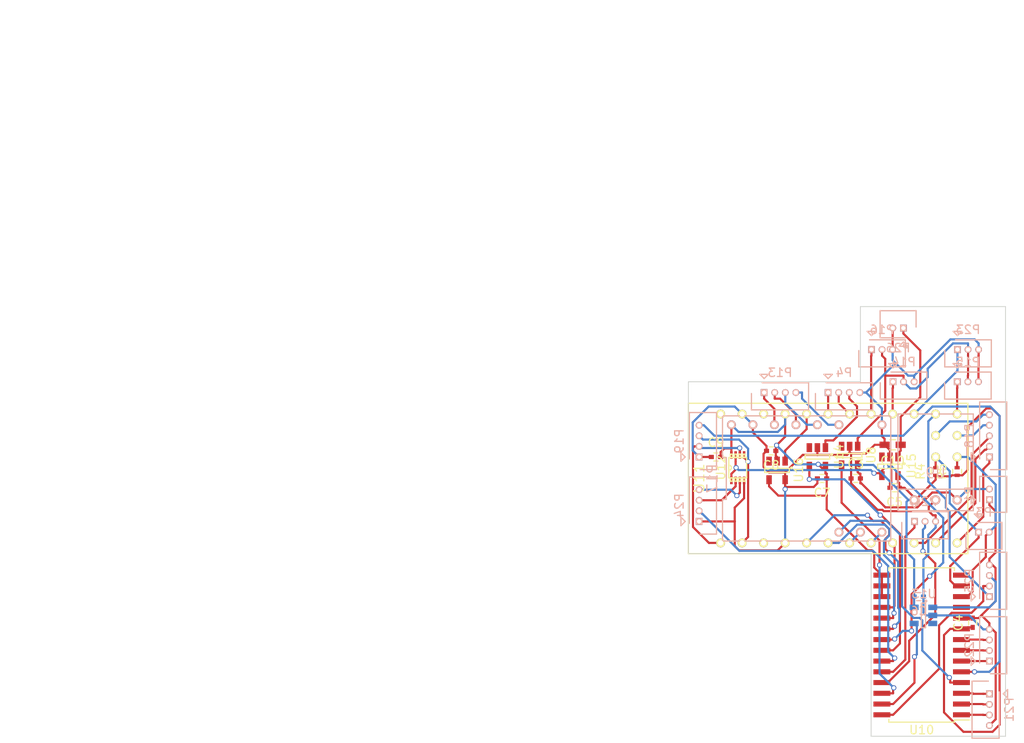
<source format=kicad_pcb>
(kicad_pcb (version 20221018) (generator pcbnew)
  (layers (0 "F.Cu" signal) (31 "B.Cu" signal) (34 "B.Paste" user) (35 "F.Paste" user) (36 "B.SilkS" user "B.Silkscreen") (37 "F.SilkS" user "F.Silkscreen") (38 "B.Mask" user) (39 "F.Mask" user) (44 "Edge.Cuts" user))
  (net 0 "")
  (net 1 "GND")
  (net 2 "VCC")
  (net 3 "/SRV_CAM")
  (net 4 "/SRV_BRAKE")
  (net 5 "/SRV_LOCK")
  (net 6 "/STEP")
  (net 7 "/STEP_DIR")
  (net 8 "/TXD")
  (net 9 "/RXD")
  (net 10 "/SRV_FOOT")
  (net 11 "/FRAME_STOP")
  (net 12 "/FAN_PWM")
  (net 13 "/FAN_TACHO")
  (net 14 "/SRV_EN")
  (net 15 "/~{IO_RST}")
  (net 16 "/INTB")
  (net 17 "/INTA")
  (net 18 "/EP_EN")
  (net 19 "/TMP")
  (net 20 "/FAN_EN")
  (net 21 "/BAT_CTL")
  (net 22 "/BAT1_VOUT")
  (net 23 "/BAT2_VOUT")
  (net 24 "/VIN")
  (net 25 "/EP_VOUT")
  (net 26 "/STEP_B2")
  (net 27 "/STEP_B1")
  (net 28 "/STEP_A1")
  (net 29 "/STEP_A2")
  (net 30 "/SRV_VOUT")
  (net 31 "/BTN21")
  (net 32 "/BTN22")
  (net 33 "/BTN23")
  (net 34 "/BTN11")
  (net 35 "/BTN12")
  (net 36 "/BTN13")
  (net 37 "/EP_RXD")
  (net 38 "/EP_TXD")
  (net 39 "/FAN_VOUT")
  (net 40 "/SDA")
  (net 41 "/SCL")
  (net 42 "/~{STEP_SLP}")
  (net 43 "/STEP_STOP1")
  (net 44 "/STEP_STOP2")
  (net 45 "/BAT1_STAT")
  (net 46 "/BAT2_STAT")
  (net 47 "/LED_CLK")
  (net 48 "/LED_DAT")
  (net 49 "/LED_VOUT")
  (net 50 "/LED_EN")
  (net 51 "/HOST_INT")
  (footprint "Capacitors_SMD:C_0402" (layer "F.Cu") (at 150.58 105.41)
    (fp_text reference "C3")
    (fp_text value "1uF")
  )
  (footprint "Capacitors_SMD:C_0402" (layer "F.Cu") (at 164.395 122.47 90)
    (fp_text reference "C4")
    (fp_text value "0.1uF")
  )
  (footprint "Capacitors_SMD:C_0402" (layer "F.Cu") (at 155.17 106.51 180)
    (fp_text reference "C5")
    (fp_text value "1uF")
  )
  (footprint "Capacitors_SMD:C_0402" (layer "F.Cu") (at 146.6 105.41 180)
    (fp_text reference "C7")
    (fp_text value "1uF")
  )
  (footprint "TO_SOT_Packages_SMD:SOT-23-5" (layer "F.Cu") (at 149.86 102.7 -90)
    (fp_text reference "U8")
    (fp_text value "SRV_SWITCH")
  )
  (footprint "Capacitors_SMD:C_0402" (layer "F.Cu") (at 140.59 102.15 180)
    (fp_text reference "C8")
    (fp_text value "0.1uF")
  )
  (footprint "Capacitors_SMD:C_0402" (layer "F.Cu") (at 134.07 102.87)
    (fp_text reference "C9")
    (fp_text value "0.1uF")
  )
  (footprint "Capacitors_SMD:C_0603_HandSoldering" (layer "F.Cu") (at 154.94 101.43 180)
    (fp_text reference "C10")
    (fp_text value "10uF")
  )
  (footprint "Resistors_SMD:R_0402" (layer "F.Cu") (at 160.02 104.59 90)
    (fp_text reference "R4")
    (fp_text value "10K")
  )
  (footprint "Resistors_SMD:R_0402" (layer "F.Cu") (at 162.56 104.59 90)
    (fp_text reference "R5")
    (fp_text value "10K")
  )
  (footprint "Housings_SOIC:SOIC-28W_7.5x17.9mm_Pitch1.27mm" (layer "F.Cu") (at 158.37 125.095 180)
    (fp_text reference "U10")
    (fp_text value "MCP23017")
  )
  (footprint "body:PRO_MINI" (layer "F.Cu") (at 147.32 105.41)
    (fp_text reference "U11")
    (fp_text value "ProMini")
  )
  (footprint "body:TI_DCU_8" (layer "F.Cu") (at 136.64 104.14 90)
    (fp_text reference "U12")
    (fp_text value "74LVC2G126")
  )
  (footprint "TO_SOT_Packages_SMD:SOT-23-5" (layer "F.Cu") (at 146.05 102.87 -90)
    (fp_text reference "U14")
    (fp_text value "LED_SWITCH")
  )
  (footprint "TO_SOT_Packages_SMD:SOT-23-5" (layer "F.Cu") (at 154.62 103.97 -90)
    (fp_text reference "U15")
    (fp_text value "EP_SWITCH")
  )
  (footprint "TO_SOT_Packages_SMD:SOT-23-5" (layer "F.Cu") (at 141.29 104.46 -90)
    (fp_text reference "U16")
    (fp_text value "TMP36")
  )
  (footprint "Capacitors_SMD:C_0402" (layer "B.Cu") (at 158.03 119.38)
    (fp_text reference "C6")
    (fp_text value "1uF")
  )
  (footprint "Connectors_Molex:Molex_PicoBlade_53047-0410" (layer "B.Cu") (at 139.76 95.25)
    (fp_text reference "P13")
    (fp_text value "CON_STEP")
  )
  (footprint "Connectors_Molex:Molex_PicoBlade_53047-0310" (layer "B.Cu") (at 154.98 93.98)
    (fp_text reference "P14")
    (fp_text value "CON_SRV_CAM")
  )
  (footprint "Connectors_Molex:Molex_PicoBlade_53047-0310" (layer "B.Cu") (at 162.58 93.98)
    (fp_text reference "P15")
    (fp_text value "CON_SRV_BRAKE")
  )
  (footprint "Connectors_Molex:Molex_PicoBlade_53047-0310" (layer "B.Cu") (at 152.44 90.17)
    (fp_text reference "P16")
    (fp_text value "CON_SRV_LOCK")
  )
  (footprint "Connectors_Molex:Molex_PicoBlade_53047-0410" (layer "B.Cu") (at 132.08 102.87 90)
    (fp_text reference "P19")
    (fp_text value "CON_UART")
  )
  (footprint "Connectors_Molex:Molex_PicoBlade_53047-0310" (layer "B.Cu") (at 162.6 90.17)
    (fp_text reference "P23")
    (fp_text value "CON_SRV_FOOT")
  )
  (footprint "Connectors_Molex:Molex_PicoBlade_53047-0410" (layer "B.Cu") (at 132.08 110.49 90)
    (fp_text reference "P24")
    (fp_text value "CON_EYEPIECE_COM")
  )
  (footprint "Connectors_Molex:Molex_PicoBlade_53047-0210" (layer "B.Cu") (at 156.21 87.63 180)
    (fp_text reference "P26")
    (fp_text value "CON_EP_VOUT")
  )
  (footprint "body:POLOLU_U1V10F5" (layer "B.Cu") (at 160.02 107.95 180)
    (fp_text reference "U9")
    (fp_text value "CON_POLOLU_PWR")
  )
  (footprint "TO_SOT_Packages_SMD:SOT-23-5" (layer "B.Cu") (at 158.58 121.6 180)
    (fp_text reference "U13")
    (fp_text value "FAN_SWITCH")
  )
  (footprint "Connectors_Molex:Molex_PicoBlade_53047-0510" (layer "B.Cu") (at 166.37 102.87 90)
    (fp_text reference "P18")
    (fp_text value "CON_BAT")
  )
  (footprint "body:POLOLU_DRV8834" (layer "B.Cu") (at 144.78 105.41)
    (fp_text reference "P17")
    (fp_text value "CON_POLOLU_DRV8834")
  )
  (footprint "Connectors_Molex:Molex_PicoBlade_53047-0410" (layer "B.Cu") (at 166.37 119.38 90)
    (fp_text reference "P25")
    (fp_text value "CON_FAN")
  )
  (footprint "Connectors_Molex:Molex_PicoBlade_53047-0210" (layer "B.Cu") (at 166.37 107.91 90)
    (fp_text reference "P1")
    (fp_text value "CON_VIN")
  )
  (footprint "Connectors_Molex:Molex_PicoBlade_53047-0310" (layer "B.Cu") (at 157.52 110.49)
    (fp_text reference "P20")
    (fp_text value "CON_STEP_STOP")
  )
  (footprint "Connectors_Molex:Molex_PicoBlade_53047-0210" (layer "B.Cu") (at 165.1 111.76)
    (fp_text reference "P3")
    (fp_text value "CON_I2C")
  )
  (footprint "Connectors_Molex:Molex_PicoBlade_53047-0410" (layer "B.Cu") (at 147.32 95.25)
    (fp_text reference "P4")
    (fp_text value "CON_LED")
  )
  (footprint "Connectors_Molex:Molex_PicoBlade_53047-0410" (layer "B.Cu") (at 166.37 130.87 -90)
    (fp_text reference "P21")
    (fp_text value "CON_BTN2")
  )
  (footprint "Connectors_Molex:Molex_PicoBlade_53047-0410" (layer "B.Cu") (at 166.37 127 90)
    (fp_text reference "P22")
    (fp_text value "CON_BTN1")
  )
  (gr_line (start 152.4 135.89) (end 168.275 135.89) (stroke (width 0.1)) (layer "Edge.Cuts"))
  (gr_line (start 130.81 93.98) (end 130.81 114.3) (stroke (width 0.1)) (layer "Edge.Cuts"))
  (gr_line (start 152.4 114.3) (end 152.4 135.89) (stroke (width 0.1)) (layer "Edge.Cuts"))
  (gr_line (start 151.13 93.98) (end 130.81 93.98) (stroke (width 0.1)) (layer "Edge.Cuts"))
  (gr_line (start 168.275 135.89) (end 168.275 85.09) (stroke (width 0.1)) (layer "Edge.Cuts"))
  (gr_line (start 151.13 85.09) (end 151.13 93.98) (stroke (width 0.1)) (layer "Edge.Cuts"))
  (gr_line (start 130.81 114.3) (end 152.4 114.3) (stroke (width 0.1)) (layer "Edge.Cuts"))
  (gr_line (start 168.275 85.09) (end 151.13 85.09) (stroke (width 0.1)) (layer "Edge.Cuts"))
  (segment (start 159.2094 109.2774) (end 159.2094 108.7606) (width 0.25) (layer "F.Cu") (net 1))
  (segment (start 153.67 100.4097) (end 153.99 100.7297) (width 0.25) (layer "F.Cu") (net 1))
  (segment (start 142.24 105.56) (end 142.24 106.4153) (width 0.25) (layer "F.Cu") (net 1))
  (segment (start 142.24 104.7047) (end 140.3385 104.7047) (width 0.25) (layer "F.Cu") (net 1))
  (segment (start 167.0953 114.1794) (end 166.37 114.9047) (width 0.25) (layer "F.Cu") (net 1))
  (segment (start 153.1643 109.1196) (end 150.03 105.9853) (width 0.25) (layer "F.Cu") (net 1))
  (segment (start 166.37 107.91) (end 166.37 108.56) (width 0.25) (layer "F.Cu") (net 1))
  (segment (start 153.99 101.43) (end 153.99 100.7297) (width 0.25) (layer "F.Cu") (net 1))
  (segment (start 142.24 106.4153) (end 145.62 106.4153) (width 0.25) (layer "F.Cu") (net 1))
  (segment (start 150.03 102.4554) (end 151.7979 102.4554) (width 0.25) (layer "F.Cu") (net 1))
  (segment (start 166.37 108.56) (end 167.0953 109.2853) (width 0.25) (layer "F.Cu") (net 1))
  (segment (start 149.86 102.3289) (end 149.9865 102.4554) (width 0.25) (layer "F.Cu") (net 1))
  (segment (start 146.05 101.77) (end 146.05 102.6253) (width 0.25) (layer "F.Cu") (net 1))
  (segment (start 153.99 101.43) (end 154.5747 102.0147) (width 0.25) (layer "F.Cu") (net 1))
  (segment (start 140.04 101.8623) (end 140.04 102.15) (width 0.25) (layer "F.Cu") (net 1))
  (segment (start 144.3194 102.6253) (end 146.05 102.6253) (width 0.25) (layer "F.Cu") (net 1))
  (segment (start 154.94 90.17) (end 154.94 87.65) (width 0.25) (layer "F.Cu") (net 1))
  (segment (start 145.62 106.4153) (end 146.05 105.9853) (width 0.25) (layer "F.Cu") (net 1))
  (segment (start 141.3578 113.9122) (end 142.24 113.03) (width 0.25) (layer "F.Cu") (net 1))
  (segment (start 154.62 102.4423) (end 154.62 102.0147) (width 0.25) (layer "F.Cu") (net 1))
  (segment (start 159.2094 108.7606) (end 160.02 107.95) (width 0.25) (layer "F.Cu") (net 1))
  (segment (start 136.7915 113.9122) (end 141.3578 113.9122) (width 0.25) (layer "F.Cu") (net 1))
  (segment (start 154.7745 103.0245) (end 154.7745 105.7802) (width 0.25) (layer "F.Cu") (net 1))
  (segment (start 136.2845 110.49) (end 136.2845 113.4052) (width 0.25) (layer "F.Cu") (net 1))
  (segment (start 150.03 105.41) (end 150.03 105.9853) (width 0.25) (layer "F.Cu") (net 1))
  (segment (start 149.86 101.6) (end 149.86 102.3289) (width 0.25) (layer "F.Cu") (net 1))
  (segment (start 138.43 99.06) (end 138.43 99.9647) (width 0.25) (layer "F.Cu") (net 1))
  (segment (start 150.03 105.41) (end 150.03 104.8347) (width 0.25) (layer "F.Cu") (net 1))
  (segment (start 165.4326 121.5873) (end 165.0999 121.92) (width 0.25) (layer "F.Cu") (net 1))
  (segment (start 149.9865 102.4554) (end 150.03 102.4554) (width 0.25) (layer "F.Cu") (net 1))
  (segment (start 166.37 123.25) (end 166.37 122.8873) (width 0.25) (layer "F.Cu") (net 1))
  (segment (start 137.39 107.7456) (end 136.2845 108.8511) (width 0.25) (layer "F.Cu") (net 1))
  (segment (start 142.24 104.7047) (end 144.3194 102.6253) (width 0.25) (layer "F.Cu") (net 1))
  (segment (start 142.24 105.1323) (end 142.24 104.7047) (width 0.25) (layer "F.Cu") (net 1))
  (segment (start 159.2094 109.2774) (end 153.896 109.2774) (width 0.25) (layer "F.Cu") (net 1))
  (segment (start 132.08 102.87) (end 133.52 102.87) (width 0.25) (layer "F.Cu") (net 1))
  (segment (start 136.2845 113.4052) (end 136.7915 113.9122) (width 0.25) (layer "F.Cu") (net 1))
  (segment (start 154.94 87.65) (end 154.96 87.63) (width 0.25) (layer "F.Cu") (net 1))
  (segment (start 149.5636 102.6253) (end 149.86 102.3289) (width 0.25) (layer "F.Cu") (net 1))
  (segment (start 142.24 105.56) (end 142.24 106.68) (width 0.25) (layer "F.Cu") (net 1))
  (segment (start 142.24 105.1323) (end 142.24 105.56) (width 0.25) (layer "F.Cu") (net 1))
  (segment (start 140.04 101.8623) (end 140.04 101.5747) (width 0.25) (layer "F.Cu") (net 1))
  (segment (start 153.896 109.2774) (end 153.7382 109.1196) (width 0.25) (layer "F.Cu") (net 1))
  (segment (start 154.62 106.51) (end 154.62 105.9347) (width 0.25) (layer "F.Cu") (net 1))
  (segment (start 146.05 105.41) (end 146.05 105.9853) (width 0.25) (layer "F.Cu") (net 1))
  (segment (start 132.08 110.49) (end 136.2845 110.49) (width 0.25) (layer "F.Cu") (net 1))
  (segment (start 167.0954 119.9245) (end 165.4326 121.5873) (width 0.25) (layer "F.Cu") (net 1))
  (segment (start 167.0953 109.2853) (end 167.0953 114.1794) (width 0.25) (layer "F.Cu") (net 1))
  (segment (start 166.37 122.8873) (end 166.37 122.5247) (width 0.25) (layer "F.Cu") (net 1))
  (segment (start 138.43 99.9647) (end 140.04 101.5747) (width 0.25) (layer "F.Cu") (net 1))
  (segment (start 160.02 109.7647) (end 159.6967 109.7647) (width 0.25) (layer "F.Cu") (net 1))
  (segment (start 159.6967 109.7647) (end 159.2094 109.2774) (width 0.25) (layer "F.Cu") (net 1))
  (segment (start 137.39 105.64) (end 137.39 107.7456) (width 0.25) (layer "F.Cu") (net 1))
  (segment (start 153.67 99.06) (end 153.67 100.4097) (width 0.25) (layer "F.Cu") (net 1))
  (segment (start 167.1147 133.8753) (end 166.37 134.62) (width 0.25) (layer "F.Cu") (net 1))
  (segment (start 150.03 102.4554) (end 150.03 104.8347) (width 0.25) (layer "F.Cu") (net 1))
  (segment (start 153.7382 109.1196) (end 153.1643 109.1196) (width 0.25) (layer "F.Cu") (net 1))
  (segment (start 165.1 90.8953) (end 165.08 90.9153) (width 0.25) (layer "F.Cu") (net 1))
  (segment (start 154.5747 102.0147) (end 154.62 102.0147) (width 0.25) (layer "F.Cu") (net 1))
  (segment (start 165.1 90.17) (end 165.1 90.8953) (width 0.25) (layer "F.Cu") (net 1))
  (segment (start 166.37 115.2673) (end 167.0954 115.9927) (width 0.25) (layer "F.Cu") (net 1))
  (segment (start 152.8233 101.43) (end 153.99 101.43) (width 0.25) (layer "F.Cu") (net 1))
  (segment (start 166.37 122.8873) (end 167.1147 123.632) (width 0.25) (layer "F.Cu") (net 1))
  (segment (start 154.62 102.87) (end 154.7745 103.0245) (width 0.25) (layer "F.Cu") (net 1))
  (segment (start 166.37 115.2673) (end 166.37 114.9047) (width 0.25) (layer "F.Cu") (net 1))
  (segment (start 165.0999 121.92) (end 164.395 121.92) (width 0.25) (layer "F.Cu") (net 1))
  (segment (start 160.02 110.49) (end 160.02 109.7647) (width 0.25) (layer "F.Cu") (net 1))
  (segment (start 154.62 102.4423) (end 154.62 102.87) (width 0.25) (layer "F.Cu") (net 1))
  (segment (start 165.4326 121.5873) (end 166.37 122.5247) (width 0.25) (layer "F.Cu") (net 1))
  (segment (start 136.2845 108.8511) (end 136.2845 110.49) (width 0.25) (layer "F.Cu") (net 1))
  (segment (start 165.08 90.9153) (end 165.08 93.98) (width 0.25) (layer "F.Cu") (net 1))
  (segment (start 167.0954 115.9927) (end 167.0954 119.9245) (width 0.25) (layer "F.Cu") (net 1))
  (segment (start 139.6896 102.5004) (end 140.04 102.15) (width 0.25) (layer "F.Cu") (net 1))
  (segment (start 154.7745 105.7802) (end 154.62 105.9347) (width 0.25) (layer "F.Cu") (net 1))
  (segment (start 139.6896 104.0558) (end 139.6896 102.5004) (width 0.25) (layer "F.Cu") (net 1))
  (segment (start 140.3385 104.7047) (end 139.6896 104.0558) (width 0.25) (layer "F.Cu") (net 1))
  (segment (start 146.05 102.6253) (end 149.5636 102.6253) (width 0.25) (layer "F.Cu") (net 1))
  (segment (start 167.1147 123.632) (end 167.1147 133.8753) (width 0.25) (layer "F.Cu") (net 1))
  (segment (start 164.395 121.92) (end 163.07 121.92) (width 0.25) (layer "F.Cu") (net 1))
  (segment (start 166.37 115.63) (end 166.37 115.2673) (width 0.25) (layer "F.Cu") (net 1))
  (segment (start 151.7979 102.4554) (end 152.8233 101.43) (width 0.25) (layer "F.Cu") (net 1))
  (via (at 142.24 106.68) (size 0.6) (drill 0.4) (layers "F.Cu" "B.Cu") (net 1))
  (segment (start 159.152 112.0833) (end 160.02 111.2153) (width 0.25) (layer "B.Cu") (net 1))
  (segment (start 154.94 90.8953) (end 154.94 91.43) (width 0.25) (layer "B.Cu") (net 1))
  (segment (start 158.58 115.57) (end 158.58 114.9947) (width 0.25) (layer "B.Cu") (net 1))
  (segment (start 131.3206 98.7859) (end 133.1985 96.908) (width 0.25) (layer "B.Cu") (net 1))
  (segment (start 158.58 114.9947) (end 159.152 114.4227) (width 0.25) (layer "B.Cu") (net 1))
  (segment (start 163.9947 121.6) (end 165.6447 123.25) (width 0.25) (layer "B.Cu") (net 1))
  (segment (start 158.58 116.1453) (end 158.58 117.1089) (width 0.25) (layer "B.Cu") (net 1))
  (segment (start 153.67 99.06) (end 153.67 97.1247) (width 0.25) (layer "B.Cu") (net 1))
  (segment (start 159.152 114.4227) (end 159.152 112.0833) (width 0.25) (layer "B.Cu") (net 1))
  (segment (start 161.765 88.9697) (end 157.48 93.2547) (width 0.25) (layer "B.Cu") (net 1))
  (segment (start 157.48 93.98) (end 157.48 93.2547) (width 0.25) (layer "B.Cu") (net 1))
  (segment (start 166.37 123.25) (end 165.6447 123.25) (width 0.25) (layer "B.Cu") (net 1))
  (segment (start 151.07 95.25) (end 151.7953 95.25) (width 0.25) (layer "B.Cu") (net 1))
  (segment (start 153.67 97.1247) (end 151.7953 95.25) (width 0.25) (layer "B.Cu") (net 1))
  (segment (start 136.278 96.908) (end 137.16 97.79) (width 0.25) (layer "B.Cu") (net 1))
  (segment (start 165.1 90.17) (end 165.1 89.4447) (width 0.25) (layer "B.Cu") (net 1))
  (segment (start 158.58 115.57) (end 158.58 116.1453) (width 0.25) (layer "B.Cu") (net 1))
  (segment (start 158.9 121.6) (end 158.58 121.28) (width 0.25) (layer "B.Cu") (net 1))
  (segment (start 156.7647 93.2547) (end 157.48 93.2547) (width 0.25) (layer "B.Cu") (net 1))
  (segment (start 132.08 102.87) (end 131.3206 102.1106) (width 0.25) (layer "B.Cu") (net 1))
  (segment (start 165.1 89.4447) (end 164.625 88.9697) (width 0.25) (layer "B.Cu") (net 1))
  (segment (start 138.43 99.06) (end 137.16 97.79) (width 0.25) (layer "B.Cu") (net 1))
  (segment (start 158.58 121.28) (end 158.58 119.88) (width 0.25) (layer "B.Cu") (net 1))
  (segment (start 159.68 121.6) (end 163.9947 121.6) (width 0.25) (layer "B.Cu") (net 1))
  (segment (start 158.58 119.88) (end 158.58 119.38) (width 0.25) (layer "B.Cu") (net 1))
  (segment (start 154.94 91.43) (end 155.2777 91.7676) (width 0.25) (layer "B.Cu") (net 1))
  (segment (start 154.94 90.17) (end 154.94 90.8953) (width 0.25) (layer "B.Cu") (net 1))
  (segment (start 158.58 119.38) (end 158.58 116.1453) (width 0.25) (layer "B.Cu") (net 1))
  (segment (start 133.1985 96.908) (end 136.278 96.908) (width 0.25) (layer "B.Cu") (net 1))
  (segment (start 142.24 106.68) (end 142.24 113.03) (width 0.25) (layer "B.Cu") (net 1))
  (segment (start 155.2777 91.7676) (end 151.7953 95.25) (width 0.25) (layer "B.Cu") (net 1))
  (segment (start 159.68 121.6) (end 158.9 121.6) (width 0.25) (layer "B.Cu") (net 1))
  (segment (start 131.3206 102.1106) (end 131.3206 98.7859) (width 0.25) (layer "B.Cu") (net 1))
  (segment (start 155.2777 91.7676) (end 156.7647 93.2547) (width 0.25) (layer "B.Cu") (net 1))
  (segment (start 164.625 88.9697) (end 161.765 88.9697) (width 0.25) (layer "B.Cu") (net 1))
  (segment (start 160.02 110.49) (end 160.02 111.2153) (width 0.25) (layer "B.Cu") (net 1))
  (segment (start 157.5048 107.6695) (end 156.3453 106.51) (width 0.25) (layer "F.Cu") (net 2))
  (segment (start 147 103.97) (end 147 104.2) (width 0.25) (layer "F.Cu") (net 2))
  (segment (start 161.7447 123.19) (end 161.0093 123.9254) (width 0.25) (layer "F.Cu") (net 2))
  (segment (start 147.15 107.442) (end 147.15 109.0809) (width 0.25) (layer "F.Cu") (net 2))
  (segment (start 134.62 102.87) (end 134.62 102.2947) (width 0.25) (layer "F.Cu") (net 2))
  (segment (start 140.34 105.56) (end 140.34 106.34) (width 0.25) (layer "F.Cu") (net 2))
  (segment (start 142.24 100.4747) (end 141.224 101.4907) (width 0.25) (layer "F.Cu") (net 2))
  (segment (start 155.72 106.51) (end 156.3453 106.51) (width 0.25) (layer "F.Cu") (net 2))
  (segment (start 147 104.2) (end 146.6072 104.2) (width 0.25) (layer "F.Cu") (net 2))
  (segment (start 147.15 105.41) (end 147.15 107.442) (width 0.25) (layer "F.Cu") (net 2))
  (segment (start 141.29 102.8753) (end 141.14 102.7253) (width 0.25) (layer "F.Cu") (net 2))
  (segment (start 161.8159 105.1588) (end 160.02 105.1588) (width 0.25) (layer "F.Cu") (net 2))
  (segment (start 147.15 105.3068) (end 147.15 105.41) (width 0.25) (layer "F.Cu") (net 2))
  (segment (start 141.224 101.4907) (end 141.14 101.5747) (width 0.25) (layer "F.Cu") (net 2))
  (segment (start 157.5048 107.6695) (end 157.9158 107.6695) (width 0.25) (layer "F.Cu") (net 2))
  (segment (start 162.56 105.04) (end 161.9347 105.04) (width 0.25) (layer "F.Cu") (net 2))
  (segment (start 147 104.2) (end 147 104.8253) (width 0.25) (layer "F.Cu") (net 2))
  (segment (start 167.5752 98.0377) (end 166.6677 97.1302) (width 0.25) (layer "F.Cu") (net 2))
  (segment (start 141.14 102.15) (end 141.14 102.7253) (width 0.25) (layer "F.Cu") (net 2))
  (segment (start 142.24 97.79) (end 142.24 100.4747) (width 0.25) (layer "F.Cu") (net 2))
  (segment (start 151.9628 113.8937) (end 152.4825 113.8937) (width 0.25) (layer "F.Cu") (net 2))
  (segment (start 147.15 109.0809) (end 151.9628 113.8937) (width 0.25) (layer "F.Cu") (net 2))
  (segment (start 146.6072 104.2) (end 146.1464 103.7392) (width 0.25) (layer "F.Cu") (net 2))
  (segment (start 147.15 105.3068) (end 147.15 104.8347) (width 0.25) (layer "F.Cu") (net 2))
  (segment (start 155.72 106.51) (end 155.72 105.9347) (width 0.25) (layer "F.Cu") (net 2))
  (segment (start 141.442 107.442) (end 147.15 107.442) (width 0.25) (layer "F.Cu") (net 2))
  (segment (start 155.57 105.9253) (end 155.5794 105.9347) (width 0.25) (layer "F.Cu") (net 2))
  (segment (start 160.02 105.04) (end 160.02 105.1588) (width 0.25) (layer "F.Cu") (net 2))
  (segment (start 135.89 101.8647) (end 135.05 101.8647) (width 0.25) (layer "F.Cu") (net 2))
  (segment (start 141.29 103.36) (end 141.29 102.8753) (width 0.25) (layer "F.Cu") (net 2))
  (segment (start 140.34 106.34) (end 141.442 107.442) (width 0.25) (layer "F.Cu") (net 2))
  (segment (start 153.67 118.11) (end 153.67 116.84) (width 0.25) (layer "F.Cu") (net 2))
  (segment (start 155.57 105.07) (end 155.57 105.9253) (width 0.25) (layer "F.Cu") (net 2))
  (segment (start 163.8123 104.413) (end 163.1853 105.04) (width 0.25) (layer "F.Cu") (net 2))
  (segment (start 163.6497 123.19) (end 163.07 123.19) (width 0.25) (layer "F.Cu") (net 2))
  (segment (start 163.07 123.19) (end 161.7447 123.19) (width 0.25) (layer "F.Cu") (net 2))
  (segment (start 155.5794 105.9347) (end 155.72 105.9347) (width 0.25) (layer "F.Cu") (net 2))
  (segment (start 161.0093 133.0647) (end 163.3086 135.364) (width 0.25) (layer "F.Cu") (net 2))
  (segment (start 167.5752 134.5281) (end 167.5752 98.0377) (width 0.25) (layer "F.Cu") (net 2))
  (segment (start 161.0093 123.9254) (end 161.0093 133.0647) (width 0.25) (layer "F.Cu") (net 2))
  (segment (start 164.395 123.02) (end 163.8197 123.02) (width 0.25) (layer "F.Cu") (net 2))
  (segment (start 166.7393 135.364) (end 167.5752 134.5281) (width 0.25) (layer "F.Cu") (net 2))
  (segment (start 166.0101 97.1302) (end 163.8123 99.328) (width 0.25) (layer "F.Cu") (net 2))
  (segment (start 135.05 101.8647) (end 134.62 102.2947) (width 0.25) (layer "F.Cu") (net 2))
  (segment (start 161.9347 105.04) (end 161.8159 105.1588) (width 0.25) (layer "F.Cu") (net 2))
  (segment (start 147 104.8253) (end 147.1406 104.8253) (width 0.25) (layer "F.Cu") (net 2))
  (segment (start 147.1406 104.8253) (end 147.15 104.8347) (width 0.25) (layer "F.Cu") (net 2))
  (segment (start 152.7666 114.1778) (end 152.7666 115.9366) (width 0.25) (layer "F.Cu") (net 2))
  (segment (start 135.89 99.06) (end 135.89 101.8647) (width 0.25) (layer "F.Cu") (net 2))
  (segment (start 153.67 119.38) (end 153.67 118.11) (width 0.25) (layer "F.Cu") (net 2))
  (segment (start 157.48 107.95) (end 157.48 107.6943) (width 0.25) (layer "F.Cu") (net 2))
  (segment (start 163.8123 99.328) (end 163.8123 104.413) (width 0.25) (layer "F.Cu") (net 2))
  (segment (start 152.7666 115.9366) (end 153.67 116.84) (width 0.25) (layer "F.Cu") (net 2))
  (segment (start 166.6677 97.1302) (end 166.0101 97.1302) (width 0.25) (layer "F.Cu") (net 2))
  (segment (start 162.56 105.04) (end 163.1853 105.04) (width 0.25) (layer "F.Cu") (net 2))
  (segment (start 163.8197 123.02) (end 163.6497 123.19) (width 0.25) (layer "F.Cu") (net 2))
  (segment (start 135.89 102.64) (end 135.89 101.8647) (width 0.25) (layer "F.Cu") (net 2))
  (segment (start 141.14 102.15) (end 141.14 101.5747) (width 0.25) (layer "F.Cu") (net 2))
  (segment (start 152.4825 113.8937) (end 152.7666 114.1778) (width 0.25) (layer "F.Cu") (net 2))
  (segment (start 157.48 107.6943) (end 157.5048 107.6695) (width 0.25) (layer "F.Cu") (net 2))
  (segment (start 160.02 105.1588) (end 160.02 105.5653) (width 0.25) (layer "F.Cu") (net 2))
  (segment (start 163.3086 135.364) (end 166.7393 135.364) (width 0.25) (layer "F.Cu") (net 2))
  (segment (start 157.9158 107.6695) (end 160.02 105.5653) (width 0.25) (layer "F.Cu") (net 2))
  (via (at 141.224 101.4907) (size 0.6) (drill 0.4) (layers "F.Cu" "B.Cu") (net 2))
  (via (at 146.1464 103.7392) (size 0.6) (drill 0.4) (layers "F.Cu" "B.Cu") (net 2))
  (segment (start 157.48 120.65) (end 157.48 119.38) (width 0.25) (layer "B.Cu") (net 2))
  (segment (start 157.48 115.57) (end 157.48 119.1444) (width 0.25) (layer "B.Cu") (net 2))
  (segment (start 156.8057 107.95) (end 156.5796 108.1761) (width 0.25) (layer "B.Cu") (net 2))
  (segment (start 156.8057 107.95) (end 152.6667 103.811) (width 0.25) (layer "B.Cu") (net 2))
  (segment (start 156.5796 114.0943) (end 157.48 114.9947) (width 0.25) (layer "B.Cu") (net 2))
  (segment (start 146.1464 103.7392) (end 143.4725 103.7392) (width 0.25) (layer "B.Cu") (net 2))
  (segment (start 152.6667 103.811) (end 146.411 103.811) (width 0.25) (layer "B.Cu") (net 2))
  (segment (start 156.5796 108.1761) (end 156.5796 114.0943) (width 0.25) (layer "B.Cu") (net 2))
  (segment (start 157.48 107.95) (end 156.8057 107.95) (width 0.25) (layer "B.Cu") (net 2))
  (segment (start 146.2428 103.6428) (end 146.1464 103.7392) (width 0.25) (layer "B.Cu") (net 2))
  (segment (start 157.48 115.57) (end 157.48 114.9947) (width 0.25) (layer "B.Cu") (net 2))
  (segment (start 135.89 99.06) (end 136.7404 99.9104) (width 0.25) (layer "B.Cu") (net 2))
  (segment (start 146.411 103.811) (end 146.2428 103.6428) (width 0.25) (layer "B.Cu") (net 2))
  (segment (start 136.7404 99.9104) (end 141.3698 99.9104) (width 0.25) (layer "B.Cu") (net 2))
  (segment (start 135.89 99.06) (end 135.83 99.12) (width 0.25) (layer "B.Cu") (net 2))
  (segment (start 142.24 99.0402) (end 142.24 97.79) (width 0.25) (layer "B.Cu") (net 2))
  (segment (start 141.3698 99.9104) (end 141.9401 99.3401) (width 0.25) (layer "B.Cu") (net 2))
  (segment (start 141.9401 99.3401) (end 142.24 99.0402) (width 0.25) (layer "B.Cu") (net 2))
  (segment (start 143.4725 103.7392) (end 141.224 101.4907) (width 0.25) (layer "B.Cu") (net 2))
  (segment (start 154.94 94.7453) (end 154.98 94.7053) (width 0.25) (layer "F.Cu") (net 3))
  (segment (start 154.98 93.98) (end 154.98 94.7053) (width 0.25) (layer "F.Cu") (net 3))
  (segment (start 154.94 97.79) (end 154.94 94.7453) (width 0.25) (layer "F.Cu") (net 3))
  (segment (start 162.56 97.79) (end 162.56 94.7253) (width 0.25) (layer "F.Cu") (net 4))
  (segment (start 162.58 93.98) (end 162.58 94.7053) (width 0.25) (layer "F.Cu") (net 4))
  (segment (start 162.56 94.7253) (end 162.58 94.7053) (width 0.25) (layer "F.Cu") (net 4))
  (segment (start 152.4 97.79) (end 152.4 90.9353) (width 0.25) (layer "F.Cu") (net 5))
  (segment (start 152.44 90.17) (end 152.44 90.8953) (width 0.25) (layer "F.Cu") (net 5))
  (segment (start 152.4 90.9353) (end 152.44 90.8953) (width 0.25) (layer "F.Cu") (net 5))
  (segment (start 151.13 111.76) (end 149.86 113.03) (width 0.25) (layer "B.Cu") (net 6))
  (segment (start 153.67 111.76) (end 152.4 113.03) (width 0.25) (layer "B.Cu") (net 7))
  (segment (start 131.514315 101.62) (end 132.08 101.62) (width 0.25) (layer "F.Cu") (net 8))
  (segment (start 134.62 113.03) (end 133.234998 113.03) (width 0.25) (layer "F.Cu") (net 8))
  (segment (start 133.234998 113.03) (end 131.354999 111.150001) (width 0.25) (layer "F.Cu") (net 8))
  (segment (start 136.89 102.915) (end 136.89 102.64) (width 0.25) (layer "F.Cu") (net 8))
  (segment (start 136.89 101.834402) (end 136.869693 101.814095) (width 0.25) (layer "F.Cu") (net 8))
  (segment (start 136.89 102.64) (end 136.89 101.834402) (width 0.25) (layer "F.Cu") (net 8))
  (segment (start 131.354999 111.150001) (end 131.354999 101.779316) (width 0.25) (layer "F.Cu") (net 8))
  (segment (start 131.354999 101.779316) (end 131.514315 101.62) (width 0.25) (layer "F.Cu") (net 8))
  (via (at 136.869693 101.814095) (size 0.6) (drill 0.4) (layers "F.Cu" "B.Cu") (net 8))
  (segment (start 132.274095 101.814095) (end 132.08 101.62) (width 0.25) (layer "B.Cu") (net 8))
  (segment (start 136.869693 101.814095) (end 132.274095 101.814095) (width 0.25) (layer "B.Cu") (net 8))
  (segment (start 132.1 101.6) (end 132.08 101.62) (width 0.25) (layer "B.Cu") (net 8))
  (segment (start 137.39 102.94) (end 137.39 102.64) (width 0.25) (layer "F.Cu") (net 9))
  (segment (start 137.865001 112.324999) (end 137.865001 103.415001) (width 0.25) (layer "F.Cu") (net 9))
  (segment (start 137.16 113.03) (end 137.865001 112.324999) (width 0.25) (layer "F.Cu") (net 9))
  (segment (start 137.865001 103.415001) (end 137.39 102.94) (width 0.25) (layer "F.Cu") (net 9))
  (via (at 137.865001 103.415001) (size 0.6) (drill 0.4) (layers "F.Cu" "B.Cu") (net 9))
  (segment (start 132.52042 100.81042) (end 136.79102 100.81042) (width 0.25) (layer "B.Cu") (net 9))
  (segment (start 132.08 100.37) (end 132.52042 100.81042) (width 0.25) (layer "B.Cu") (net 9))
  (segment (start 137.865001 101.884401) (end 137.865001 103.415001) (width 0.25) (layer "B.Cu") (net 9))
  (segment (start 136.79102 100.81042) (end 137.865001 101.884401) (width 0.25) (layer "B.Cu") (net 9))
  (segment (start 162.6 92.67) (end 162.6 90.17) (width 0.25) (layer "B.Cu") (net 10))
  (segment (start 157.48 97.79) (end 162.6 92.67) (width 0.25) (layer "B.Cu") (net 10))
  (segment (start 153.67 127) (end 154.9953 127) (width 0.25) (layer "F.Cu") (net 11))
  (segment (start 154.9953 126.8323) (end 155.1795 126.6481) (width 0.25) (layer "F.Cu") (net 11))
  (segment (start 154.9953 127) (end 154.9953 126.8323) (width 0.25) (layer "F.Cu") (net 11))
  (via (at 155.1795 126.6481) (size 0.6) (drill 0.4) (layers "F.Cu" "B.Cu") (net 11))
  (segment (start 154.4166 125.8852) (end 155.1795 126.6481) (width 0.25) (layer "B.Cu") (net 11))
  (segment (start 152.6175 113.9646) (end 154.4166 115.7637) (width 0.25) (layer "B.Cu") (net 11))
  (segment (start 136.8349 113.9646) (end 152.6175 113.9646) (width 0.25) (layer "B.Cu") (net 11))
  (segment (start 154.4166 115.7637) (end 154.4166 125.8852) (width 0.25) (layer "B.Cu") (net 11))
  (segment (start 132.479999 109.639999) (end 132.510299 109.639999) (width 0.25) (layer "B.Cu") (net 11))
  (segment (start 132.510299 109.639999) (end 136.8349 113.9646) (width 0.25) (layer "B.Cu") (net 11))
  (segment (start 132.08 109.24) (end 132.479999 109.639999) (width 0.25) (layer "B.Cu") (net 11))
  (segment (start 161.6781 109.3033) (end 161.2343 108.8595) (width 0.25) (layer "B.Cu") (net 12))
  (segment (start 166.37 119.38) (end 161.6781 114.6881) (width 0.25) (layer "B.Cu") (net 12))
  (segment (start 161.6781 114.6881) (end 161.6781 109.3033) (width 0.25) (layer "B.Cu") (net 12))
  (segment (start 159.1593 98.6507) (end 160.02 97.79) (width 0.25) (layer "B.Cu") (net 12))
  (segment (start 161.2343 107.8623) (end 159.1593 105.7873) (width 0.25) (layer "B.Cu") (net 12))
  (segment (start 159.1593 105.7873) (end 159.1593 98.6507) (width 0.25) (layer "B.Cu") (net 12))
  (segment (start 161.2343 108.8595) (end 161.2343 107.8623) (width 0.25) (layer "B.Cu") (net 12))
  (segment (start 166.37 118.13) (end 165.6447 118.13) (width 0.25) (layer "F.Cu") (net 13))
  (segment (start 160.4285 122.7707) (end 161.9046 121.2946) (width 0.25) (layer "F.Cu") (net 13))
  (segment (start 153.67 133.35) (end 154.9953 133.35) (width 0.25) (layer "F.Cu") (net 13))
  (segment (start 161.9046 121.2946) (end 164.2585 121.2946) (width 0.25) (layer "F.Cu") (net 13))
  (segment (start 154.9953 133.35) (end 160.4285 127.9168) (width 0.25) (layer "F.Cu") (net 13))
  (segment (start 164.2585 121.2946) (end 165.6447 119.9084) (width 0.25) (layer "F.Cu") (net 13))
  (segment (start 160.4285 127.9168) (end 160.4285 122.7707) (width 0.25) (layer "F.Cu") (net 13))
  (segment (start 165.6447 119.9084) (end 165.6447 118.13) (width 0.25) (layer "F.Cu") (net 13))
  (segment (start 153.3919 112.7519) (end 153.3919 115.6432) (width 0.25) (layer "F.Cu") (net 14))
  (segment (start 153.67 130.81) (end 154.9953 130.81) (width 0.25) (layer "F.Cu") (net 14))
  (segment (start 154.9953 130.2425) (end 155.074 130.1638) (width 0.25) (layer "F.Cu") (net 14))
  (segment (start 148.91 108.27) (end 153.3919 112.7519) (width 0.25) (layer "F.Cu") (net 14))
  (segment (start 148.91 103.8) (end 148.91 108.27) (width 0.25) (layer "F.Cu") (net 14))
  (segment (start 154.9953 130.81) (end 154.9953 130.2425) (width 0.25) (layer "F.Cu") (net 14))
  (via (at 155.074 130.1638) (size 0.6) (drill 0.4) (layers "F.Cu" "B.Cu") (net 14))
  (via (at 153.3919 115.6432) (size 0.6) (drill 0.4) (layers "F.Cu" "B.Cu") (net 14))
  (segment (start 153.3919 115.6432) (end 153.3919 128.4817) (width 0.25) (layer "B.Cu") (net 14))
  (segment (start 153.3919 128.4817) (end 155.074 130.1638) (width 0.25) (layer "B.Cu") (net 14))
  (segment (start 155.166 120.4793) (end 155.166 113.256) (width 0.25) (layer "F.Cu") (net 15))
  (segment (start 155.166 113.256) (end 154.94 113.03) (width 0.25) (layer "F.Cu") (net 15))
  (segment (start 154.9953 120.65) (end 155.166 120.4793) (width 0.25) (layer "F.Cu") (net 15))
  (segment (start 153.67 120.65) (end 154.9953 120.65) (width 0.25) (layer "F.Cu") (net 15))
  (segment (start 154.9953 121.4436) (end 155.1068 121.3321) (width 0.25) (layer "F.Cu") (net 16))
  (segment (start 154.9953 121.92) (end 154.9953 121.4436) (width 0.25) (layer "F.Cu") (net 16))
  (segment (start 153.67 121.92) (end 154.9953 121.92) (width 0.25) (layer "F.Cu") (net 16))
  (via (at 155.1068 121.3321) (size 0.6) (drill 0.4) (layers "F.Cu" "B.Cu") (net 16))
  (segment (start 147.32 113.03) (end 148.5899 113.03) (width 0.25) (layer "B.Cu") (net 16))
  (segment (start 148.5899 113.03) (end 150.7542 110.8657) (width 0.25) (layer "B.Cu") (net 16))
  (segment (start 154.5482 111.407) (end 154.5482 112.1518) (width 0.25) (layer "B.Cu") (net 16))
  (segment (start 155.1068 115.6524) (end 155.1068 121.3321) (width 0.25) (layer "B.Cu") (net 16))
  (segment (start 153.9154 112.7846) (end 153.9154 114.461) (width 0.25) (layer "B.Cu") (net 16))
  (segment (start 153.9154 114.461) (end 155.1068 115.6524) (width 0.25) (layer "B.Cu") (net 16))
  (segment (start 154.5482 112.1518) (end 153.9154 112.7846) (width 0.25) (layer "B.Cu") (net 16))
  (segment (start 154.0069 110.8657) (end 154.5482 111.407) (width 0.25) (layer "B.Cu") (net 16))
  (segment (start 150.7542 110.8657) (end 154.0069 110.8657) (width 0.25) (layer "B.Cu") (net 16))
  (segment (start 154.5407 114.202) (end 154.0896 113.7509) (width 0.25) (layer "F.Cu") (net 17))
  (segment (start 154.5421 111.4016) (end 153.5627 110.4222) (width 0.25) (layer "F.Cu") (net 17))
  (segment (start 154.9953 123.0578) (end 154.9953 123.19) (width 0.25) (layer "F.Cu") (net 17))
  (segment (start 152.6351 110.4222) (end 151.9723 109.7594) (width 0.25) (layer "F.Cu") (net 17))
  (segment (start 154.5421 112.0906) (end 154.5421 111.4016) (width 0.25) (layer "F.Cu") (net 17))
  (segment (start 153.67 123.19) (end 154.9953 123.19) (width 0.25) (layer "F.Cu") (net 17))
  (segment (start 153.5627 110.4222) (end 152.6351 110.4222) (width 0.25) (layer "F.Cu") (net 17))
  (segment (start 155.1747 122.8784) (end 154.9953 123.0578) (width 0.25) (layer "F.Cu") (net 17))
  (segment (start 154.0896 113.7509) (end 154.0896 112.5431) (width 0.25) (layer "F.Cu") (net 17))
  (segment (start 154.0896 112.5431) (end 154.5421 112.0906) (width 0.25) (layer "F.Cu") (net 17))
  (via (at 151.9723 109.7594) (size 0.6) (drill 0.4) (layers "F.Cu" "B.Cu") (net 17))
  (via (at 155.1747 122.8784) (size 0.6) (drill 0.4) (layers "F.Cu" "B.Cu") (net 17))
  (via (at 154.5407 114.202) (size 0.6) (drill 0.4) (layers "F.Cu" "B.Cu") (net 17))
  (segment (start 155.5873 115.2486) (end 155.5873 120.7097) (width 0.25) (layer "B.Cu") (net 17))
  (segment (start 155.7322 120.8546) (end 155.7322 122.3209) (width 0.25) (layer "B.Cu") (net 17))
  (segment (start 144.78 113.03) (end 148.0506 109.7594) (width 0.25) (layer "B.Cu") (net 17))
  (segment (start 148.0506 109.7594) (end 151.9723 109.7594) (width 0.25) (layer "B.Cu") (net 17))
  (segment (start 155.5873 120.7097) (end 155.7322 120.8546) (width 0.25) (layer "B.Cu") (net 17))
  (segment (start 154.5407 114.202) (end 155.5873 115.2486) (width 0.25) (layer "B.Cu") (net 17))
  (segment (start 155.7322 122.3209) (end 155.1747 122.8784) (width 0.25) (layer "B.Cu") (net 17))
  (segment (start 153.67 124.46) (end 154.9953 124.46) (width 0.25) (layer "F.Cu") (net 18))
  (segment (start 153.3884 104.7884) (end 153.3884 104.7737) (width 0.25) (layer "F.Cu") (net 18))
  (segment (start 155.066 124.3893) (end 154.9953 124.46) (width 0.25) (layer "F.Cu") (net 18))
  (segment (start 136.39 104.0794) (end 136.4462 104.1356) (width 0.25) (layer "F.Cu") (net 18))
  (segment (start 136.39 102.64) (end 136.39 103.4153) (width 0.25) (layer "F.Cu") (net 18))
  (segment (start 155.1788 124.3893) (end 155.066 124.3893) (width 0.25) (layer "F.Cu") (net 18))
  (segment (start 159.3169 116.9615) (end 157.1771 119.1013) (width 0.25) (layer "F.Cu") (net 18))
  (segment (start 136.4462 104.1356) (end 136.4462 104.3085) (width 0.25) (layer "F.Cu") (net 18))
  (segment (start 136.4462 104.3085) (end 135.89 104.8647) (width 0.25) (layer "F.Cu") (net 18))
  (segment (start 152.7365 104.7884) (end 153.3884 104.7884) (width 0.25) (layer "F.Cu") (net 18))
  (segment (start 135.89 105.64) (end 135.89 104.8647) (width 0.25) (layer "F.Cu") (net 18))
  (segment (start 136.39 103.4153) (end 136.39 104.0794) (width 0.25) (layer "F.Cu") (net 18))
  (segment (start 153.3884 104.7884) (end 153.67 105.07) (width 0.25) (layer "F.Cu") (net 18))
  (segment (start 157.1771 119.1013) (end 157.1771 123.4325) (width 0.25) (layer "F.Cu") (net 18))
  (segment (start 153.3884 104.7737) (end 154.1465 104.0156) (width 0.25) (layer "F.Cu") (net 18))
  (via (at 152.7365 104.7884) (size 0.6) (drill 0.4) (layers "F.Cu" "B.Cu") (net 18))
  (via (at 159.3169 116.9615) (size 0.6) (drill 0.4) (layers "F.Cu" "B.Cu") (net 18))
  (via (at 154.1465 104.0156) (size 0.6) (drill 0.4) (layers "F.Cu" "B.Cu") (net 18))
  (via (at 155.1788 124.3893) (size 0.6) (drill 0.4) (layers "F.Cu" "B.Cu") (net 18))
  (via (at 136.4462 104.1356) (size 0.6) (drill 0.4) (layers "F.Cu" "B.Cu") (net 18))
  (via (at 157.1771 123.4325) (size 0.6) (drill 0.4) (layers "F.Cu" "B.Cu") (net 18))
  (segment (start 157.1771 123.4325) (end 156.1356 123.4325) (width 0.25) (layer "B.Cu") (net 18))
  (segment (start 154.8475 104.0156) (end 154.1465 104.0156) (width 0.25) (layer "B.Cu") (net 18))
  (segment (start 160.9151 110.0832) (end 154.8475 104.0156) (width 0.25) (layer "B.Cu") (net 18))
  (segment (start 160.9151 115.3633) (end 160.9151 110.0832) (width 0.25) (layer "B.Cu") (net 18))
  (segment (start 136.4462 104.1356) (end 136.7312 104.4206) (width 0.25) (layer "B.Cu") (net 18))
  (segment (start 156.1356 123.4325) (end 155.1788 124.3893) (width 0.25) (layer "B.Cu") (net 18))
  (segment (start 159.3169 116.9615) (end 160.9151 115.3633) (width 0.25) (layer "B.Cu") (net 18))
  (segment (start 136.7312 104.4206) (end 152.3687 104.4206) (width 0.25) (layer "B.Cu") (net 18))
  (segment (start 152.3687 104.4206) (end 152.7365 104.7884) (width 0.25) (layer "B.Cu") (net 18))
  (segment (start 142.24 102.12) (end 142.24 103.36) (width 0.25) (layer "F.Cu") (net 19))
  (segment (start 144.78 99.58) (end 142.24 102.12) (width 0.25) (layer "F.Cu") (net 19))
  (segment (start 144.78 97.79) (end 144.78 99.58) (width 0.25) (layer "F.Cu") (net 19))
  (segment (start 154.9953 132.08) (end 157.5198 129.5555) (width 0.25) (layer "F.Cu") (net 20))
  (segment (start 153.67 132.08) (end 154.9953 132.08) (width 0.25) (layer "F.Cu") (net 20))
  (segment (start 157.5198 129.5555) (end 157.5198 126.4907) (width 0.25) (layer "F.Cu") (net 20))
  (via (at 157.5198 126.4907) (size 0.6) (drill 0.4) (layers "F.Cu" "B.Cu") (net 20))
  (segment (start 157.5198 126.4907) (end 157.8024 126.2081) (width 0.25) (layer "B.Cu") (net 20))
  (segment (start 157.8024 126.2081) (end 157.8024 122.8724) (width 0.25) (layer "B.Cu") (net 20))
  (segment (start 157.8024 122.8724) (end 157.48 122.55) (width 0.25) (layer "B.Cu") (net 20))
  (segment (start 166.37 102.87) (end 166.37 103.5953) (width 0.25) (layer "F.Cu") (net 21))
  (segment (start 162.56 113.03) (end 165.6447 109.9453) (width 0.25) (layer "F.Cu") (net 21))
  (segment (start 165.6447 104.3206) (end 166.37 103.5953) (width 0.25) (layer "F.Cu") (net 21))
  (segment (start 165.6447 109.9453) (end 165.6447 104.3206) (width 0.25) (layer "F.Cu") (net 21))
  (segment (start 164.4347 100.33) (end 165.6447 99.12) (width 0.25) (layer "B.Cu") (net 22))
  (segment (start 162.56 100.33) (end 164.4347 100.33) (width 0.25) (layer "B.Cu") (net 22))
  (segment (start 166.37 99.12) (end 165.6447 99.12) (width 0.25) (layer "B.Cu") (net 22))
  (segment (start 164.8451 98.6696) (end 165.6447 97.87) (width 0.25) (layer "B.Cu") (net 23))
  (segment (start 161.6804 98.6696) (end 164.8451 98.6696) (width 0.25) (layer "B.Cu") (net 23))
  (segment (start 166.37 97.87) (end 165.6447 97.87) (width 0.25) (layer "B.Cu") (net 23))
  (segment (start 160.02 100.33) (end 161.6804 98.6696) (width 0.25) (layer "B.Cu") (net 23))
  (segment (start 151.2408 105.9853) (end 151.13 105.9853) (width 0.25) (layer "F.Cu") (net 24))
  (segment (start 157.8659 108.8254) (end 154.0809 108.8254) (width 0.25) (layer "F.Cu") (net 24))
  (segment (start 151.13 105.41) (end 151.13 104.8347) (width 0.25) (layer "F.Cu") (net 24))
  (segment (start 162.56 107.95) (end 161.68 107.07) (width 0.25) (layer "F.Cu") (net 24))
  (segment (start 150.9894 104.8347) (end 151.13 104.8347) (width 0.25) (layer "F.Cu") (net 24))
  (segment (start 161.68 107.07) (end 159.6213 107.07) (width 0.25) (layer "F.Cu") (net 24))
  (segment (start 154.0809 108.8254) (end 151.2408 105.9853) (width 0.25) (layer "F.Cu") (net 24))
  (segment (start 151.13 105.41) (end 151.13 105.9853) (width 0.25) (layer "F.Cu") (net 24))
  (segment (start 150.81 104.6553) (end 150.9894 104.8347) (width 0.25) (layer "F.Cu") (net 24))
  (segment (start 150.81 103.8) (end 150.81 104.6553) (width 0.25) (layer "F.Cu") (net 24))
  (segment (start 159.6213 107.07) (end 157.8659 108.8254) (width 0.25) (layer "F.Cu") (net 24))
  (segment (start 163.85 106.66) (end 166.37 106.66) (width 0.25) (layer "B.Cu") (net 24))
  (segment (start 162.56 107.95) (end 163.85 106.66) (width 0.25) (layer "B.Cu") (net 24))
  (segment (start 156.21 88.28) (end 158.205001 90.275001) (width 0.25) (layer "F.Cu") (net 25))
  (segment (start 155.89 98.121998) (end 155.89 100.805) (width 0.25) (layer "F.Cu") (net 25))
  (segment (start 155.57 102.4503) (end 155.57 102.87) (width 0.25) (layer "F.Cu") (net 25))
  (segment (start 158.205001 90.275001) (end 158.205001 95.806997) (width 0.25) (layer "F.Cu") (net 25))
  (segment (start 155.89 102.1303) (end 155.57 102.4503) (width 0.25) (layer "F.Cu") (net 25))
  (segment (start 155.89 100.805) (end 155.89 101.43) (width 0.25) (layer "F.Cu") (net 25))
  (segment (start 156.21 87.63) (end 156.21 88.28) (width 0.25) (layer "F.Cu") (net 25))
  (segment (start 158.205001 95.806997) (end 155.89 98.121998) (width 0.25) (layer "F.Cu") (net 25))
  (segment (start 155.89 101.43) (end 155.89 102.1303) (width 0.25) (layer "F.Cu") (net 25))
  (segment (start 140.97 99.06) (end 140.97 97.1853) (width 0.25) (layer "F.Cu") (net 26))
  (segment (start 140.97 97.1853) (end 139.76 95.9753) (width 0.25) (layer "F.Cu") (net 26))
  (segment (start 139.76 95.25) (end 139.76 95.9753) (width 0.25) (layer "F.Cu") (net 26))
  (segment (start 143.51 99.06) (end 143.51 97.8407) (width 0.25) (layer "F.Cu") (net 27))
  (segment (start 141.6446 95.9753) (end 141.01 95.9753) (width 0.25) (layer "F.Cu") (net 27))
  (segment (start 143.51 97.8407) (end 141.6446 95.9753) (width 0.25) (layer "F.Cu") (net 27))
  (segment (start 141.01 95.25) (end 141.01 95.9753) (width 0.25) (layer "F.Cu") (net 27))
  (segment (start 144.8089 99.06) (end 142.26 96.5111) (width 0.25) (layer "B.Cu") (net 28))
  (segment (start 142.26 96.5111) (end 142.26 95.25) (width 0.25) (layer "B.Cu") (net 28))
  (segment (start 146.05 99.06) (end 144.8089 99.06) (width 0.25) (layer "B.Cu") (net 28))
  (segment (start 148.59 99.06) (end 147.32 99.06) (width 0.25) (layer "B.Cu") (net 29))
  (segment (start 147.32 99.06) (end 144.2353 95.9753) (width 0.25) (layer "B.Cu") (net 29))
  (segment (start 144.2353 95.9753) (end 144.2353 95.25) (width 0.25) (layer "B.Cu") (net 29))
  (segment (start 143.51 95.25) (end 144.2353 95.25) (width 0.25) (layer "B.Cu") (net 29))
  (segment (start 154.065 97.395) (end 150.81 100.65) (width 0.25) (layer "F.Cu") (net 30))
  (segment (start 150.81 100.65) (end 150.81 101.6) (width 0.25) (layer "F.Cu") (net 30))
  (segment (start 153.69 90.8953) (end 154.065 91.2703) (width 0.25) (layer "F.Cu") (net 30))
  (segment (start 153.69 90.17) (end 153.69 90.8953) (width 0.25) (layer "F.Cu") (net 30))
  (segment (start 163.83 93.98) (end 163.83 93.2547) (width 0.25) (layer "F.Cu") (net 30))
  (segment (start 156.23 93.2547) (end 154.065 93.2547) (width 0.25) (layer "F.Cu") (net 30))
  (segment (start 154.065 91.2703) (end 154.065 93.2547) (width 0.25) (layer "F.Cu") (net 30))
  (segment (start 163.85 90.17) (end 163.85 93.2347) (width 0.25) (layer "F.Cu") (net 30))
  (segment (start 163.85 93.2347) (end 163.83 93.2547) (width 0.25) (layer "F.Cu") (net 30))
  (segment (start 156.23 93.98) (end 156.23 93.2547) (width 0.25) (layer "F.Cu") (net 30))
  (segment (start 154.065 93.2547) (end 154.065 97.395) (width 0.25) (layer "F.Cu") (net 30))
  (segment (start 159.0794 93.4319) (end 157.7401 94.7712) (width 0.25) (layer "B.Cu") (net 30))
  (segment (start 162.0652 89.4447) (end 159.0794 92.4305) (width 0.25) (layer "B.Cu") (net 30))
  (segment (start 159.0794 92.4305) (end 159.0794 93.4319) (width 0.25) (layer "B.Cu") (net 30))
  (segment (start 163.85 90.17) (end 163.85 89.4447) (width 0.25) (layer "B.Cu") (net 30))
  (segment (start 163.85 89.4447) (end 162.0652 89.4447) (width 0.25) (layer "B.Cu") (net 30))
  (segment (start 157.7401 94.7712) (end 157.0212 94.7712) (width 0.25) (layer "B.Cu") (net 30))
  (segment (start 157.0212 94.7712) (end 156.23 93.98) (width 0.25) (layer "B.Cu") (net 30))
  (segment (start 163.07 130.81) (end 164.3953 130.81) (width 0.25) (layer "F.Cu") (net 31))
  (segment (start 164.4553 130.87) (end 165.6447 130.87) (width 0.25) (layer "F.Cu") (net 31))
  (segment (start 164.3953 130.81) (end 164.4553 130.87) (width 0.25) (layer "F.Cu") (net 31))
  (segment (start 166.37 130.87) (end 165.6447 130.87) (width 0.25) (layer "F.Cu") (net 31))
  (segment (start 165.6047 132.08) (end 165.6447 132.12) (width 0.25) (layer "F.Cu") (net 32))
  (segment (start 163.07 132.08) (end 165.6047 132.08) (width 0.25) (layer "F.Cu") (net 32))
  (segment (start 166.37 132.12) (end 165.6447 132.12) (width 0.25) (layer "F.Cu") (net 32))
  (segment (start 165.6247 133.35) (end 165.6447 133.37) (width 0.25) (layer "F.Cu") (net 33))
  (segment (start 166.37 133.37) (end 165.6447 133.37) (width 0.25) (layer "F.Cu") (net 33))
  (segment (start 163.07 133.35) (end 165.6247 133.35) (width 0.25) (layer "F.Cu") (net 33))
  (segment (start 163.07 127) (end 166.37 127) (width 0.25) (layer "F.Cu") (net 34))
  (segment (start 163.07 125.73) (end 165.6247 125.73) (width 0.25) (layer "F.Cu") (net 35))
  (segment (start 165.6247 125.73) (end 165.6447 125.75) (width 0.25) (layer "F.Cu") (net 35))
  (segment (start 166.37 125.75) (end 165.6447 125.75) (width 0.25) (layer "F.Cu") (net 35))
  (segment (start 165.6047 124.46) (end 165.6447 124.5) (width 0.25) (layer "F.Cu") (net 36))
  (segment (start 166.37 124.5) (end 165.6447 124.5) (width 0.25) (layer "F.Cu") (net 36))
  (segment (start 163.07 124.46) (end 165.6047 124.46) (width 0.25) (layer "F.Cu") (net 36))
  (segment (start 136.89 105.64) (end 136.89 107.08699) (width 0.25) (layer "F.Cu") (net 37))
  (segment (start 136.89 107.08699) (end 136.53499 107.442) (width 0.25) (layer "F.Cu") (net 37))
  (via (at 136.53499 107.442) (size 0.6) (drill 0.4) (layers "F.Cu" "B.Cu") (net 37))
  (segment (start 136.53499 107.442) (end 135.83299 106.74) (width 0.25) (layer "B.Cu") (net 37))
  (segment (start 135.83299 106.74) (end 132.08 106.74) (width 0.25) (layer "B.Cu") (net 37))
  (segment (start 134.74 107.99) (end 132.645685 107.99) (width 0.25) (layer "F.Cu") (net 38))
  (segment (start 136.39 106.34) (end 134.74 107.99) (width 0.25) (layer "F.Cu") (net 38))
  (segment (start 136.39 105.64) (end 136.39 106.34) (width 0.25) (layer "F.Cu") (net 38))
  (segment (start 132.645685 107.99) (end 132.08 107.99) (width 0.25) (layer "F.Cu") (net 38))
  (segment (start 159.68 120.65) (end 166.3729 120.65) (width 0.25) (layer "B.Cu") (net 39))
  (segment (start 166.3729 120.65) (end 167.1147 119.9082) (width 0.25) (layer "B.Cu") (net 39))
  (segment (start 167.1147 119.9082) (end 167.1147 117.6247) (width 0.25) (layer "B.Cu") (net 39))
  (segment (start 167.1147 117.6247) (end 166.37 116.88) (width 0.25) (layer "B.Cu") (net 39))
  (segment (start 161.744999 117.484999) (end 161.744999 115.765001) (width 0.25) (layer "F.Cu") (net 40))
  (segment (start 162.37 118.11) (end 161.744999 117.484999) (width 0.25) (layer "F.Cu") (net 40))
  (segment (start 161.744999 115.765001) (end 165.1 112.41) (width 0.25) (layer "F.Cu") (net 40))
  (segment (start 165.1 112.41) (end 165.1 111.76) (width 0.25) (layer "F.Cu") (net 40))
  (segment (start 160.02 102.87) (end 160.02 104.14) (width 0.25) (layer "F.Cu") (net 40))
  (segment (start 163.07 118.11) (end 162.37 118.11) (width 0.25) (layer "F.Cu") (net 40))
  (segment (start 161.6847 108.3547) (end 161.6847 104.5347) (width 0.25) (layer "B.Cu") (net 40))
  (segment (start 161.6947 108.3547) (end 165.1 111.76) (width 0.25) (layer "B.Cu") (net 40))
  (segment (start 161.6847 108.3547) (end 161.6947 108.3547) (width 0.25) (layer "B.Cu") (net 40))
  (segment (start 161.6847 104.5347) (end 160.02 102.87) (width 0.25) (layer "B.Cu") (net 40))
  (segment (start 164.395001 118.754999) (end 163.77 119.38) (width 0.25) (layer "F.Cu") (net 41))
  (segment (start 165.950001 112.159999) (end 165.950001 114.688289) (width 0.25) (layer "F.Cu") (net 41))
  (segment (start 165.950001 114.688289) (end 164.395001 116.243289) (width 0.25) (layer "F.Cu") (net 41))
  (segment (start 164.395001 116.243289) (end 164.395001 118.754999) (width 0.25) (layer "F.Cu") (net 41))
  (segment (start 163.77 119.38) (end 163.07 119.38) (width 0.25) (layer "F.Cu") (net 41))
  (segment (start 166.35 111.76) (end 165.950001 112.159999) (width 0.25) (layer "F.Cu") (net 41))
  (segment (start 162.56 102.87) (end 162.56 104.14) (width 0.25) (layer "F.Cu") (net 41))
  (segment (start 163.8451 102.87) (end 162.56 102.87) (width 0.25) (layer "B.Cu") (net 41))
  (segment (start 167.113 110.997) (end 166.35 111.76) (width 0.25) (layer "B.Cu") (net 41))
  (segment (start 167.113 106.1379) (end 163.8451 102.87) (width 0.25) (layer "B.Cu") (net 41))
  (segment (start 167.113 106.1379) (end 167.113 110.997) (width 0.25) (layer "B.Cu") (net 41))
  (segment (start 161.7447 129.0542) (end 161.6347 128.9442) (width 0.25) (layer "F.Cu") (net 42))
  (segment (start 161.7447 129.54) (end 161.7447 129.0542) (width 0.25) (layer "F.Cu") (net 42))
  (segment (start 163.07 129.54) (end 161.7447 129.54) (width 0.25) (layer "F.Cu") (net 42))
  (via (at 161.6347 128.9442) (size 0.6) (drill 0.4) (layers "F.Cu" "B.Cu") (net 42))
  (segment (start 158.4443 125.7538) (end 158.4443 122.199) (width 0.25) (layer "B.Cu") (net 42))
  (segment (start 157.4142 121.8997) (end 156.0538 120.5393) (width 0.25) (layer "B.Cu") (net 42))
  (segment (start 156.0538 112.2757) (end 154.1935 110.4154) (width 0.25) (layer "B.Cu") (net 42))
  (segment (start 154.1935 110.4154) (end 149.9346 110.4154) (width 0.25) (layer "B.Cu") (net 42))
  (segment (start 161.6347 128.9442) (end 158.4443 125.7538) (width 0.25) (layer "B.Cu") (net 42))
  (segment (start 158.145 121.8997) (end 157.4142 121.8997) (width 0.25) (layer "B.Cu") (net 42))
  (segment (start 156.0538 120.5393) (end 156.0538 112.2757) (width 0.25) (layer "B.Cu") (net 42))
  (segment (start 149.9346 110.4154) (end 148.59 111.76) (width 0.25) (layer "B.Cu") (net 42))
  (segment (start 158.4443 122.199) (end 158.145 121.8997) (width 0.25) (layer "B.Cu") (net 42))
  (segment (start 156.4421 112.2932) (end 157.52 111.2153) (width 0.25) (layer "F.Cu") (net 43))
  (segment (start 154.9953 128.27) (end 156.4421 126.8232) (width 0.25) (layer "F.Cu") (net 43))
  (segment (start 156.4421 126.8232) (end 156.4421 112.2932) (width 0.25) (layer "F.Cu") (net 43))
  (segment (start 153.67 128.27) (end 154.9953 128.27) (width 0.25) (layer "F.Cu") (net 43))
  (segment (start 157.52 110.49) (end 157.52 111.2153) (width 0.25) (layer "F.Cu") (net 43))
  (segment (start 154.3729 129.54) (end 156.8945 127.0184) (width 0.25) (layer "F.Cu") (net 44))
  (segment (start 156.8945 124.5995) (end 159.9781 121.5159) (width 0.25) (layer "F.Cu") (net 44))
  (segment (start 156.8945 127.0184) (end 156.8945 124.5995) (width 0.25) (layer "F.Cu") (net 44))
  (segment (start 153.67 129.54) (end 154.3729 129.54) (width 0.25) (layer "F.Cu") (net 44))
  (segment (start 159.9781 121.5159) (end 159.9781 115.4579) (width 0.25) (layer "F.Cu") (net 44))
  (segment (start 159.9781 115.4579) (end 158.5181 113.9979) (width 0.25) (layer "F.Cu") (net 44))
  (via (at 158.5181 113.9979) (size 0.6) (drill 0.4) (layers "F.Cu" "B.Cu") (net 44))
  (segment (start 158.5181 111.4672) (end 158.5181 113.9979) (width 0.25) (layer "B.Cu") (net 44))
  (segment (start 158.77 111.2153) (end 158.5181 111.4672) (width 0.25) (layer "B.Cu") (net 44))
  (segment (start 158.77 110.49) (end 158.77 111.2153) (width 0.25) (layer "B.Cu") (net 44))
  (segment (start 164.71232 103.142678) (end 164.71232 108.33768) (width 0.25) (layer "F.Cu") (net 45))
  (segment (start 160.544999 112.505001) (end 160.02 113.03) (width 0.25) (layer "F.Cu") (net 45))
  (segment (start 165.834999 102.019999) (end 164.71232 103.142678) (width 0.25) (layer "F.Cu") (net 45))
  (segment (start 165.970001 102.019999) (end 165.834999 102.019999) (width 0.25) (layer "F.Cu") (net 45))
  (segment (start 166.37 101.62) (end 165.970001 102.019999) (width 0.25) (layer "F.Cu") (net 45))
  (segment (start 164.71232 108.33768) (end 160.544999 112.505001) (width 0.25) (layer "F.Cu") (net 45))
  (segment (start 166.2992 101.62) (end 166.37 101.62) (width 0.25) (layer "F.Cu") (net 45))
  (segment (start 158.222462 113.03) (end 157.48 113.03) (width 0.25) (layer "F.Cu") (net 46))
  (segment (start 166.37 100.37) (end 166.37 100.546998) (width 0.25) (layer "F.Cu") (net 46))
  (segment (start 164.26231 107.542692) (end 158.775002 113.03) (width 0.25) (layer "F.Cu") (net 46))
  (segment (start 164.26231 102.654688) (end 164.26231 107.542692) (width 0.25) (layer "F.Cu") (net 46))
  (segment (start 166.37 100.546998) (end 164.26231 102.654688) (width 0.25) (layer "F.Cu") (net 46))
  (segment (start 158.775002 113.03) (end 158.222462 113.03) (width 0.25) (layer "F.Cu") (net 46))
  (segment (start 147.32 97.79) (end 147.32 95.25) (width 0.25) (layer "F.Cu") (net 47))
  (segment (start 148.57 96.5) (end 148.57 95.25) (width 0.25) (layer "F.Cu") (net 48))
  (segment (start 149.86 97.79) (end 148.57 96.5) (width 0.25) (layer "F.Cu") (net 48))
  (segment (start 147.938 100.9147) (end 150.7323 98.1204) (width 0.25) (layer "F.Cu") (net 49))
  (segment (start 150.7323 98.1204) (end 150.7323 96.8876) (width 0.25) (layer "F.Cu") (net 49))
  (segment (start 150.7323 96.8876) (end 149.82 95.9753) (width 0.25) (layer "F.Cu") (net 49))
  (segment (start 147 101.77) (end 147 100.9147) (width 0.25) (layer "F.Cu") (net 49))
  (segment (start 147 100.9147) (end 147.938 100.9147) (width 0.25) (layer "F.Cu") (net 49))
  (segment (start 149.82 95.25) (end 149.82 95.9753) (width 0.25) (layer "F.Cu") (net 49))
  (segment (start 155.8044 111.9584) (end 153.591 109.745) (width 0.25) (layer "F.Cu") (net 50))
  (segment (start 153.67 125.73) (end 154.9953 125.73) (width 0.25) (layer "F.Cu") (net 50))
  (segment (start 145.1 103.97) (end 145.1 104.8253) (width 0.25) (layer "F.Cu") (net 50))
  (segment (start 153.591 109.745) (end 153.4791 109.745) (width 0.25) (layer "F.Cu") (net 50))
  (segment (start 154.9953 125.73) (end 155.8044 124.9209) (width 0.25) (layer "F.Cu") (net 50))
  (segment (start 145.1 104.8253) (end 145.1 105.5132) (width 0.25) (layer "F.Cu") (net 50))
  (segment (start 155.8044 124.9209) (end 155.8044 111.9584) (width 0.25) (layer "F.Cu") (net 50))
  (via (at 145.1 105.5132) (size 0.6) (drill 0.4) (layers "F.Cu" "B.Cu") (net 50))
  (via (at 153.4791 109.745) (size 0.6) (drill 0.4) (layers "F.Cu" "B.Cu") (net 50))
  (segment (start 149.2473 105.5132) (end 153.4791 109.745) (width 0.25) (layer "B.Cu") (net 50))
  (segment (start 145.1 105.5132) (end 149.2473 105.5132) (width 0.25) (layer "B.Cu") (net 50))
  (segment (start 163.07 128.27) (end 164.6109 128.27) (width 0.25) (layer "F.Cu") (net 51))
  (via (at 164.6109 128.27) (size 0.6) (drill 0.4) (layers "F.Cu" "B.Cu") (net 51))
  (segment (start 166.474 96.9072) (end 159.644798 96.9072) (width 0.25) (layer "B.Cu") (net 51))
  (segment (start 159.644798 96.9072) (end 156.191588 100.36041) (width 0.25) (layer "B.Cu") (net 51))
  (segment (start 133.886095 100.36041) (end 132.645685 99.12) (width 0.25) (layer "B.Cu") (net 51))
  (segment (start 132.645685 99.12) (end 132.08 99.12) (width 0.25) (layer "B.Cu") (net 51))
  (segment (start 167.5756 98.0088) (end 166.474 96.9072) (width 0.25) (layer "B.Cu") (net 51))
  (segment (start 156.191588 100.36041) (end 133.886095 100.36041) (width 0.25) (layer "B.Cu") (net 51))
  (segment (start 164.6109 128.27) (end 166.3671 128.27) (width 0.25) (layer "B.Cu") (net 51))
  (segment (start 166.3671 128.27) (end 167.5756 127.0615) (width 0.25) (layer "B.Cu") (net 51))
  (segment (start 167.5756 127.0615) (end 167.5756 98.0088) (width 0.25) (layer "B.Cu") (net 51))
)
</source>
